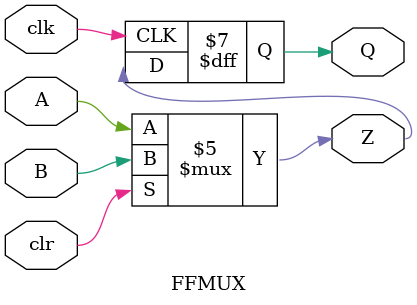
<source format=v>

/* ----- LAB 3 : MULTIPLEXER with DFF -----*/

`timescale 1ns / 100ps

module FFMUX (

   input wire A,     //MUX input
   input wire B,     //MUX input
   input wire clk,
   input wire clr,   //clear signal
   
   output reg Z,   
   output reg Q      //FF output

) ;
   
   always @(A, B, clr) begin        //@(sensivity list)
        if (clr == 1'b0)	
           Z <= A;
        else 
           Z <= B ;  
	 
     end

   always @(posedge clk ) begin // Asynchronous active-high reset
   
	     Q <= Z ;		 //non-blocking assignement
	  
	  end
	 
	  
 


/*
   always @(*) begin   // always@(*) -> combinational
      
	  case ( {S, A, B} )
	  
	     3'b000 : Z = 1'b0 ; //A   //3'd0
		 3'b001 : Z = 1'b0 ; //A   //3'd1
	     3'b010 : Z = 1'b1 ; //A
		 3'b011 : Z = 1'b1 ; //A
		 3'b100 : Z = 1'b0 ; //B
		 3'b101 : Z = 1'b1 ; //B
		 3'b110 : Z = 1'b0 ; //B
		 3'b111 : Z = 1'b1 ; //B
	  
	  
	  endcase
   
   
   end // always
*/   

   /////////////////////////////////
   //// conditional assignement ////
   /////////////////////////////////

   //assign Z = ( S == 1'b0 ) ? A : B ; // C-style conditional assignment   
   
   /////////////////////////////////
   //// boolean function        ////
   /////////////////////////////////

   //assign Z = (A & ~S) | (B & S) ;

   /////////////////////////////////
   //// gate-level schematic    ////
   /////////////////////////////////  

   //wire Sbar, w1, w2 ;
   //
   //not g1 (Sbar, S) ;
   //
   //and g2 (w1, A, Sbar) ;
   //and g3 (w2, B, S) ;
   //
   //or g4 (Z, w1, w2) ;
   
   
endmodule
</source>
